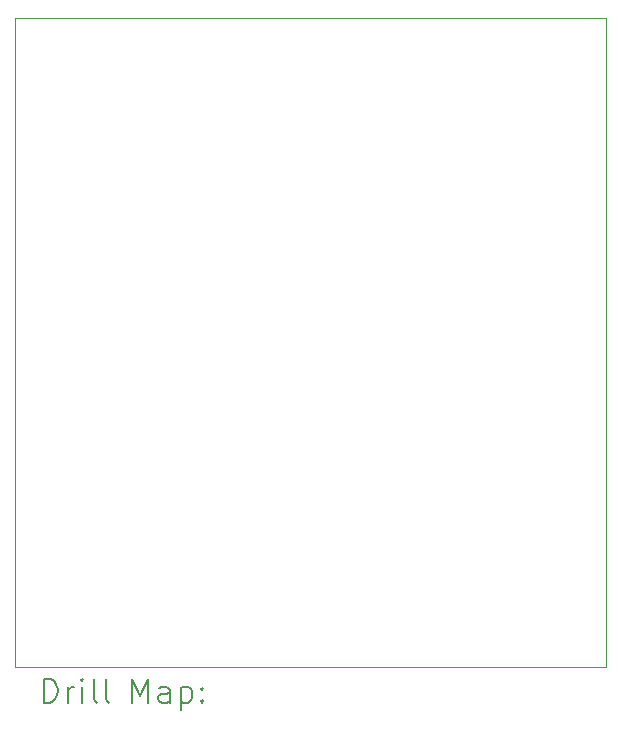
<source format=gbr>
%TF.GenerationSoftware,KiCad,Pcbnew,(7.0.0)*%
%TF.CreationDate,2023-03-20T12:13:30+05:30*%
%TF.ProjectId,IMRT1160_DB,494d5254-3131-4363-905f-44422e6b6963,rev?*%
%TF.SameCoordinates,Original*%
%TF.FileFunction,Drillmap*%
%TF.FilePolarity,Positive*%
%FSLAX45Y45*%
G04 Gerber Fmt 4.5, Leading zero omitted, Abs format (unit mm)*
G04 Created by KiCad (PCBNEW (7.0.0)) date 2023-03-20 12:13:30*
%MOMM*%
%LPD*%
G01*
G04 APERTURE LIST*
%ADD10C,0.100000*%
%ADD11C,0.200000*%
G04 APERTURE END LIST*
D10*
X11465000Y-7330000D02*
X16465000Y-7330000D01*
X16465000Y-7330000D02*
X16465000Y-12830000D01*
X16465000Y-12830000D02*
X11465000Y-12830000D01*
X11465000Y-12830000D02*
X11465000Y-7330000D01*
D11*
X11707619Y-13128476D02*
X11707619Y-12928476D01*
X11707619Y-12928476D02*
X11755238Y-12928476D01*
X11755238Y-12928476D02*
X11783809Y-12938000D01*
X11783809Y-12938000D02*
X11802857Y-12957048D01*
X11802857Y-12957048D02*
X11812381Y-12976095D01*
X11812381Y-12976095D02*
X11821905Y-13014190D01*
X11821905Y-13014190D02*
X11821905Y-13042762D01*
X11821905Y-13042762D02*
X11812381Y-13080857D01*
X11812381Y-13080857D02*
X11802857Y-13099905D01*
X11802857Y-13099905D02*
X11783809Y-13118952D01*
X11783809Y-13118952D02*
X11755238Y-13128476D01*
X11755238Y-13128476D02*
X11707619Y-13128476D01*
X11907619Y-13128476D02*
X11907619Y-12995143D01*
X11907619Y-13033238D02*
X11917143Y-13014190D01*
X11917143Y-13014190D02*
X11926667Y-13004667D01*
X11926667Y-13004667D02*
X11945714Y-12995143D01*
X11945714Y-12995143D02*
X11964762Y-12995143D01*
X12031428Y-13128476D02*
X12031428Y-12995143D01*
X12031428Y-12928476D02*
X12021905Y-12938000D01*
X12021905Y-12938000D02*
X12031428Y-12947524D01*
X12031428Y-12947524D02*
X12040952Y-12938000D01*
X12040952Y-12938000D02*
X12031428Y-12928476D01*
X12031428Y-12928476D02*
X12031428Y-12947524D01*
X12155238Y-13128476D02*
X12136190Y-13118952D01*
X12136190Y-13118952D02*
X12126667Y-13099905D01*
X12126667Y-13099905D02*
X12126667Y-12928476D01*
X12260000Y-13128476D02*
X12240952Y-13118952D01*
X12240952Y-13118952D02*
X12231428Y-13099905D01*
X12231428Y-13099905D02*
X12231428Y-12928476D01*
X12456190Y-13128476D02*
X12456190Y-12928476D01*
X12456190Y-12928476D02*
X12522857Y-13071333D01*
X12522857Y-13071333D02*
X12589524Y-12928476D01*
X12589524Y-12928476D02*
X12589524Y-13128476D01*
X12770476Y-13128476D02*
X12770476Y-13023714D01*
X12770476Y-13023714D02*
X12760952Y-13004667D01*
X12760952Y-13004667D02*
X12741905Y-12995143D01*
X12741905Y-12995143D02*
X12703809Y-12995143D01*
X12703809Y-12995143D02*
X12684762Y-13004667D01*
X12770476Y-13118952D02*
X12751428Y-13128476D01*
X12751428Y-13128476D02*
X12703809Y-13128476D01*
X12703809Y-13128476D02*
X12684762Y-13118952D01*
X12684762Y-13118952D02*
X12675238Y-13099905D01*
X12675238Y-13099905D02*
X12675238Y-13080857D01*
X12675238Y-13080857D02*
X12684762Y-13061809D01*
X12684762Y-13061809D02*
X12703809Y-13052286D01*
X12703809Y-13052286D02*
X12751428Y-13052286D01*
X12751428Y-13052286D02*
X12770476Y-13042762D01*
X12865714Y-12995143D02*
X12865714Y-13195143D01*
X12865714Y-13004667D02*
X12884762Y-12995143D01*
X12884762Y-12995143D02*
X12922857Y-12995143D01*
X12922857Y-12995143D02*
X12941905Y-13004667D01*
X12941905Y-13004667D02*
X12951428Y-13014190D01*
X12951428Y-13014190D02*
X12960952Y-13033238D01*
X12960952Y-13033238D02*
X12960952Y-13090381D01*
X12960952Y-13090381D02*
X12951428Y-13109428D01*
X12951428Y-13109428D02*
X12941905Y-13118952D01*
X12941905Y-13118952D02*
X12922857Y-13128476D01*
X12922857Y-13128476D02*
X12884762Y-13128476D01*
X12884762Y-13128476D02*
X12865714Y-13118952D01*
X13046667Y-13109428D02*
X13056190Y-13118952D01*
X13056190Y-13118952D02*
X13046667Y-13128476D01*
X13046667Y-13128476D02*
X13037143Y-13118952D01*
X13037143Y-13118952D02*
X13046667Y-13109428D01*
X13046667Y-13109428D02*
X13046667Y-13128476D01*
X13046667Y-13004667D02*
X13056190Y-13014190D01*
X13056190Y-13014190D02*
X13046667Y-13023714D01*
X13046667Y-13023714D02*
X13037143Y-13014190D01*
X13037143Y-13014190D02*
X13046667Y-13004667D01*
X13046667Y-13004667D02*
X13046667Y-13023714D01*
M02*

</source>
